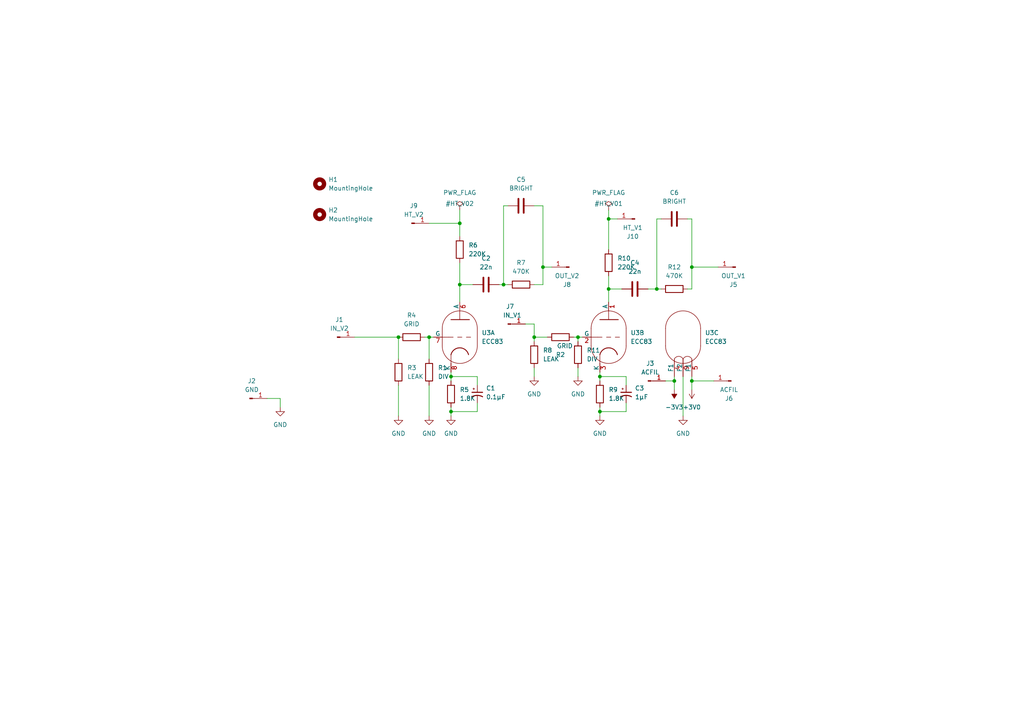
<source format=kicad_sch>
(kicad_sch (version 20211123) (generator eeschema)
  (paper "A4")
  (lib_symbols
    (symbol "Connector:Conn_01x01_Male" (pin_names (offset 1.016) hide)
      (property "Reference" "J" (at 0 2.54 0))
      (property "Value" "Conn_01x01_Male" (at 0 -2.54 0))
      (symbol "Conn_01x01_Male_1_1"
        (polyline (pts (xy 1.27 0) (xy 0.8636 0)) (stroke (width 0.1524)))
        (rectangle (start 0.8636 0.127) (end 0 -0.127) (stroke (width 0.1524)) (fill (type outline)))
        (pin passive line (at 5.08 0 180) (length 3.81) (name "Pin_1") (number "1"))
      )
    )
    (symbol "Device:C" (pin_numbers hide) (pin_names (offset 0.254))
      (property "Reference" "C" (at 0.635 2.54 0))
      (property "Value" "C" (at 0.635 -2.54 0))
      (symbol "C_0_1"
        (polyline (pts (xy -2.032 -0.762) (xy 2.032 -0.762)) (stroke (width 0.508)))
        (polyline (pts (xy -2.032 0.762) (xy 2.032 0.762)) (stroke (width 0.508)))
      )
      (symbol "C_1_1"
        (pin passive line (at 0 3.81 270) (length 2.794) (name "~") (number "1"))
        (pin passive line (at 0 -3.81 90) (length 2.794) (name "~") (number "2"))
      )
    )
    (symbol "Device:C_Polarized_Small_US" (pin_numbers hide) (pin_names (offset 0.254) hide)
      (property "Reference" "C" (at 0.254 1.778 0))
      (property "Value" "C_Polarized_Small_US" (at 0.254 -2.032 0))
      (symbol "C_Polarized_Small_US_0_1"
        (polyline (pts (xy -1.524 0.508) (xy 1.524 0.508)) (stroke (width 0.3048)))
        (polyline (pts (xy -1.27 1.524) (xy -0.762 1.524)))
        (polyline (pts (xy -1.016 1.27) (xy -1.016 1.778)))
        (arc (start 1.524 -0.762) (mid 0 -0.3734) (end -1.524 -0.762) (stroke (width 0.3048)))
      )
      (symbol "C_Polarized_Small_US_1_1"
        (pin passive line (at 0 2.54 270) (length 2.032) (name "~") (number "1"))
        (pin passive line (at 0 -2.54 90) (length 2.032) (name "~") (number "2"))
      )
    )
    (symbol "Device:R" (pin_numbers hide) (pin_names (offset 0))
      (property "Reference" "R" (at 2.032 0 90))
      (property "Value" "R" (at 0 0 90))
      (symbol "R_0_1"
        (rectangle (start -1.016 -2.54) (end 1.016 2.54) (stroke (width 0.254)))
      )
      (symbol "R_1_1"
        (pin passive line (at 0 3.81 270) (length 1.27) (name "~") (number "1"))
        (pin passive line (at 0 -3.81 90) (length 1.27) (name "~") (number "2"))
      )
    )
    (symbol "Mechanical:MountingHole" (pin_names (offset 1.016))
      (property "Reference" "H" (at 0 5.08 0))
      (property "Value" "MountingHole" (at 0 3.175 0))
      (symbol "MountingHole_0_1"
        (circle (center 0 0) (radius 1.27) (stroke (width 1.27)))
      )
    )
    (symbol "Valve:ECC83" (pin_names (offset 0))
      (property "Reference" "U" (at 3.302 7.874 0))
      (property "Value" "ECC83" (at 8.89 -7.62 0))
      (symbol "ECC83_0_1"
        (arc (start -5.08 -2.54) (mid 0 -7.62) (end 5.08 -2.54))
        (polyline (pts (xy 5.08 2.54) (xy 5.08 -2.54)))
        (polyline (pts (xy -5.08 2.54) (xy -5.08 -2.54) (xy -5.08 -2.54)))
        (arc (start 5.08 2.54) (mid 0 7.62) (end -5.08 2.54))
      )
      (symbol "ECC83_1_0"
        (polyline (pts (xy -2.54 -5.08) (xy -2.54 -7.62)))
        (polyline (pts (xy 0 5.08) (xy 0 7.62)))
      )
      (symbol "ECC83_1_1"
        (polyline (pts (xy -5.08 0) (xy -3.175 0)))
        (polyline (pts (xy -1.905 0) (xy -3.175 0)) (stroke (width 0.1524)))
        (polyline (pts (xy -0.635 0) (xy 0.635 0)) (stroke (width 0.1524)))
        (polyline (pts (xy 1.905 0) (xy 3.175 0)) (stroke (width 0.1524)))
        (polyline (pts (xy -2.54 5.08) (xy 2.794 5.08) (xy 2.794 5.08)) (stroke (width 0.254)))
        (arc (start 2.54 -5.08) (mid 0 -3.0968) (end -2.54 -5.08) (stroke (width 0.254)))
        (pin output line (at 0 10.16 270) (length 2.54) (name "A") (number "6"))
        (pin input line (at -7.62 0 0) (length 2.54) (name "G") (number "7"))
        (pin bidirectional line (at -2.54 -10.16 90) (length 2.54) (name "K") (number "8"))
      )
      (symbol "ECC83_2_0"
        (polyline (pts (xy -2.54 -5.08) (xy -2.54 -7.62)))
        (polyline (pts (xy 0 5.08) (xy 0 7.62)))
      )
      (symbol "ECC83_2_1"
        (polyline (pts (xy -5.08 0) (xy -3.175 0)))
        (polyline (pts (xy -1.905 0) (xy -3.175 0)) (stroke (width 0.1524)))
        (polyline (pts (xy -0.635 0) (xy 0.635 0)) (stroke (width 0.1524)))
        (polyline (pts (xy 1.905 0) (xy 3.175 0)) (stroke (width 0.1524)))
        (polyline (pts (xy -2.54 5.08) (xy 2.794 5.08) (xy 2.794 5.08)) (stroke (width 0.254)))
        (arc (start 2.54 -5.08) (mid 0 -3.0968) (end -2.54 -5.08) (stroke (width 0.254)))
        (pin output line (at 0 10.16 270) (length 2.54) (name "A") (number "1"))
        (pin input line (at -7.62 0 0) (length 2.54) (name "G") (number "2"))
        (pin bidirectional line (at -2.54 -10.16 90) (length 2.54) (name "K") (number "3"))
      )
      (symbol "ECC83_3_1"
        (arc (start 0 -6.35) (mid -1.27 -5.5651) (end -2.54 -6.35))
        (arc (start 2.54 -6.35) (mid 1.27 -5.5651) (end 0 -6.35))
        (pin power_in line (at -2.54 -11.43 90) (length 5.08) (name "F1") (number "4"))
        (pin power_in line (at 2.54 -11.43 90) (length 5.08) (name "F1") (number "5"))
        (pin power_in line (at 0 -11.43 90) (length 5.08) (name "F2") (number "9"))
      )
    )
    (symbol "power:+3V0" (power) (pin_names (offset 0))
      (property "Value" "+3V0" (at 0 3.556 0))
      (symbol "+3V0_0_1"
        (polyline (pts (xy -0.762 1.27) (xy 0 2.54)))
        (polyline (pts (xy 0 0) (xy 0 2.54)))
        (polyline (pts (xy 0 2.54) (xy 0.762 1.27)))
      )
      (symbol "+3V0_1_1"
        (pin power_in line (at 0 0 90) (length 0) hide (name "+3V0") (number "1"))
      )
    )
    (symbol "power:-3V3" (power) (pin_names (offset 0))
      (property "Value" "-3V3" (at 0 3.81 0))
      (symbol "-3V3_0_0"
        (pin power_in line (at 0 0 90) (length 0) hide (name "-3V3") (number "1"))
      )
      (symbol "-3V3_0_1"
        (polyline (pts (xy 0 0) (xy 0 1.27) (xy 0.762 1.27) (xy 0 2.54) (xy -0.762 1.27) (xy 0 1.27)) (fill (type outline)))
      )
    )
    (symbol "power:GND" (power) (pin_names (offset 0))
      (property "Value" "GND" (at 0 -3.81 0))
      (symbol "GND_0_1"
        (polyline (pts (xy 0 0) (xy 0 -1.27) (xy 1.27 -1.27) (xy 0 -2.54) (xy -1.27 -1.27) (xy 0 -1.27)))
      )
      (symbol "GND_1_1"
        (pin power_in line (at 0 0 270) (length 0) hide (name "GND") (number "1"))
      )
    )
    (symbol "power:PWR_FLAG" (power) (pin_numbers hide) (pin_names (offset 0) hide)
      (property "Value" "PWR_FLAG" (at 0 3.81 0))
      (symbol "PWR_FLAG_0_0"
        (pin power_out line (at 0 0 90) (length 0) (name "pwr") (number "1"))
      )
      (symbol "PWR_FLAG_0_1"
        (polyline (pts (xy 0 0) (xy 0 1.27) (xy -1.016 1.905) (xy 0 2.54) (xy 1.016 1.905) (xy 0 1.27)))
      )
    )
  )
  (junction (at 176.53 63.5))
  (junction (at 200.66 110.49))
  (junction (at 157.48 77.47))
  (junction (at 130.81 109.22))
  (junction (at 133.35 82.55))
  (junction (at 190.5 83.82))
  (junction (at 133.35 64.77))
  (junction (at 200.66 77.47))
  (junction (at 173.99 109.22))
  (junction (at 176.53 83.82))
  (junction (at 195.58 110.49))
  (junction (at 173.99 119.38))
  (junction (at 154.94 97.79))
  (junction (at 167.64 97.79))
  (junction (at 115.57 97.79))
  (junction (at 130.81 119.38))
  (junction (at 124.46 97.79))
  (junction (at 146.05 82.55))
  (wire (pts (xy 190.5 63.5) (xy 190.5 83.82)))
  (wire (pts (xy 130.81 118.11) (xy 130.81 119.38)))
  (wire (pts (xy 144.78 82.55) (xy 146.05 82.55)))
  (wire (pts (xy 200.66 77.47) (xy 208.28 77.47)))
  (wire (pts (xy 200.66 110.49) (xy 207.01 110.49)))
  (wire (pts (xy 124.46 97.79) (xy 125.73 97.79)))
  (wire (pts (xy 176.53 63.5) (xy 176.53 72.39)))
  (wire (pts (xy 154.94 106.68) (xy 154.94 109.22)))
  (wire (pts (xy 123.19 97.79) (xy 124.46 97.79)))
  (wire (pts (xy 124.46 111.76) (xy 124.46 120.65)))
  (wire (pts (xy 181.61 111.76) (xy 181.61 109.22)))
  (wire (pts (xy 77.47 115.57) (xy 81.28 115.57)))
  (wire (pts (xy 200.66 77.47) (xy 200.66 83.82)))
  (wire (pts (xy 124.46 64.77) (xy 133.35 64.77)))
  (wire (pts (xy 157.48 59.69) (xy 157.48 77.47)))
  (wire (pts (xy 166.37 97.79) (xy 167.64 97.79)))
  (wire (pts (xy 195.58 109.22) (xy 195.58 110.49)))
  (wire (pts (xy 115.57 111.76) (xy 115.57 120.65)))
  (wire (pts (xy 198.12 109.22) (xy 198.12 120.65)))
  (wire (pts (xy 154.94 93.98) (xy 154.94 97.79)))
  (wire (pts (xy 181.61 116.84) (xy 181.61 119.38)))
  (wire (pts (xy 173.99 119.38) (xy 173.99 120.65)))
  (wire (pts (xy 193.04 110.49) (xy 195.58 110.49)))
  (wire (pts (xy 130.81 107.95) (xy 130.81 109.22)))
  (wire (pts (xy 167.64 97.79) (xy 168.91 97.79)))
  (wire (pts (xy 130.81 119.38) (xy 130.81 120.65)))
  (wire (pts (xy 191.77 63.5) (xy 190.5 63.5)))
  (wire (pts (xy 176.53 60.96) (xy 176.53 63.5)))
  (wire (pts (xy 200.66 63.5) (xy 200.66 77.47)))
  (wire (pts (xy 138.43 111.76) (xy 138.43 109.22)))
  (wire (pts (xy 157.48 82.55) (xy 154.94 82.55)))
  (wire (pts (xy 130.81 109.22) (xy 138.43 109.22)))
  (wire (pts (xy 154.94 97.79) (xy 154.94 99.06)))
  (wire (pts (xy 138.43 119.38) (xy 130.81 119.38)))
  (wire (pts (xy 146.05 59.69) (xy 146.05 82.55)))
  (wire (pts (xy 130.81 109.22) (xy 130.81 110.49)))
  (wire (pts (xy 173.99 109.22) (xy 173.99 110.49)))
  (wire (pts (xy 176.53 83.82) (xy 176.53 87.63)))
  (wire (pts (xy 199.39 63.5) (xy 200.66 63.5)))
  (wire (pts (xy 133.35 60.96) (xy 133.35 64.77)))
  (wire (pts (xy 133.35 82.55) (xy 133.35 87.63)))
  (wire (pts (xy 167.64 97.79) (xy 167.64 99.06)))
  (wire (pts (xy 115.57 97.79) (xy 115.57 104.14)))
  (wire (pts (xy 154.94 59.69) (xy 157.48 59.69)))
  (wire (pts (xy 181.61 119.38) (xy 173.99 119.38)))
  (wire (pts (xy 176.53 63.5) (xy 179.07 63.5)))
  (wire (pts (xy 190.5 83.82) (xy 191.77 83.82)))
  (wire (pts (xy 147.32 59.69) (xy 146.05 59.69)))
  (wire (pts (xy 146.05 82.55) (xy 147.32 82.55)))
  (wire (pts (xy 173.99 118.11) (xy 173.99 119.38)))
  (wire (pts (xy 173.99 109.22) (xy 181.61 109.22)))
  (wire (pts (xy 173.99 107.95) (xy 173.99 109.22)))
  (wire (pts (xy 157.48 77.47) (xy 157.48 82.55)))
  (wire (pts (xy 102.87 97.79) (xy 115.57 97.79)))
  (wire (pts (xy 200.66 109.22) (xy 200.66 110.49)))
  (wire (pts (xy 133.35 64.77) (xy 133.35 68.58)))
  (wire (pts (xy 176.53 80.01) (xy 176.53 83.82)))
  (wire (pts (xy 154.94 97.79) (xy 158.75 97.79)))
  (wire (pts (xy 81.28 115.57) (xy 81.28 118.11)))
  (wire (pts (xy 133.35 82.55) (xy 137.16 82.55)))
  (wire (pts (xy 187.96 83.82) (xy 190.5 83.82)))
  (wire (pts (xy 176.53 83.82) (xy 180.34 83.82)))
  (wire (pts (xy 199.39 83.82) (xy 200.66 83.82)))
  (wire (pts (xy 138.43 116.84) (xy 138.43 119.38)))
  (wire (pts (xy 152.4 93.98) (xy 154.94 93.98)))
  (wire (pts (xy 133.35 76.2) (xy 133.35 82.55)))
  (wire (pts (xy 195.58 110.49) (xy 195.58 113.03)))
  (wire (pts (xy 200.66 110.49) (xy 200.66 113.03)))
  (wire (pts (xy 157.48 77.47) (xy 160.02 77.47)))
  (wire (pts (xy 124.46 97.79) (xy 124.46 104.14)))
  (wire (pts (xy 167.64 106.68) (xy 167.64 109.22)))
  (symbol (lib_id "Connector:Conn_01x01_Male") (at 184.15 63.5 180) (unit 1)
    (property "Reference" "J10" (at 183.515 68.58 0))
    (property "Value" "HT_V1" (at 183.515 66.04 0))
    (property "Footprint" "Connector_Wire:SolderWire-0.75sqmm_1x01_D1.25mm_OD3.5mm" (effects hide))
  )
  (symbol (lib_id "Device:C") (at 195.58 63.5 90) (unit 1)
    (property "Reference" "C6" (at 195.58 55.88 90))
    (property "Value" "BRIGHT" (at 195.58 58.42 90))
    (property "Footprint" "Capacitor_THT:C_Rect_L9.0mm_W4.2mm_P7.50mm_MKT" (effects hide))
  )
  (symbol (lib_id "power:GND") (at 167.64 109.22 0) (unit 1)
    (property "Reference" "#PWR0101" (effects hide))
    (property "Value" "GND" (at 167.64 114.3 0))
  )
  (symbol (lib_id "Device:R") (at 115.57 107.95 0) (unit 1)
    (property "Reference" "R3" (at 118.11 106.6799 0) (effects (justify left)))
    (property "Value" "LEAK" (at 118.11 109.2199 0) (effects (justify left)))
    (property "Footprint" "Resistor_THT:R_Axial_DIN0309_L9.0mm_D3.2mm_P15.24mm_Horizontal" (effects hide))
  )
  (symbol (lib_id "power:GND") (at 154.94 109.22 0) (unit 1)
    (property "Reference" "#PWR0111" (effects hide))
    (property "Value" "GND" (at 154.94 114.3 0))
  )
  (symbol (lib_id "Connector:Conn_01x01_Male") (at 187.96 110.49 0) (unit 1)
    (property "Reference" "J3" (at 188.595 105.41 0))
    (property "Value" "ACFIL" (at 188.595 107.95 0))
    (property "Footprint" "Connector_Wire:SolderWire-0.75sqmm_1x01_D1.25mm_OD3.5mm" (effects hide))
  )
  (symbol (lib_id "Mechanical:MountingHole") (at 92.71 53.34 0) (unit 1)
    (property "Reference" "H1" (at 95.25 52.0699 0) (effects (justify left)))
    (property "Value" "MountingHole" (at 95.25 54.6099 0) (effects (justify left)))
    (property "Footprint" "MountingHole:MountingHole_3.2mm_M3" (effects hide))
  )
  (symbol (lib_id "power:GND") (at 115.57 120.65 0) (unit 1)
    (property "Reference" "#PWR0107" (effects hide))
    (property "Value" "GND" (at 115.57 125.73 0))
  )
  (symbol (lib_id "power:GND") (at 81.28 118.11 0) (unit 1)
    (property "Reference" "#PWR0102" (effects hide))
    (property "Value" "GND" (at 81.28 123.19 0))
  )
  (symbol (lib_id "Device:C") (at 140.97 82.55 90) (unit 1)
    (property "Reference" "C2" (at 140.97 74.93 90))
    (property "Value" "22n" (at 140.97 77.47 90))
    (property "Footprint" "Capacitor_THT:C_Rect_L11.0mm_W4.2mm_P10.00mm_MKT" (effects hide))
  )
  (symbol (lib_id "Connector:Conn_01x01_Male") (at 147.32 93.98 0) (unit 1)
    (property "Reference" "J7" (at 147.955 88.9 0))
    (property "Value" "IN_V1" (at 148.59 91.44 0))
    (property "Footprint" "Connector_Wire:SolderWire-0.75sqmm_1x01_D1.25mm_OD3.5mm" (effects hide))
  )
  (symbol (lib_id "Device:R") (at 133.35 72.39 0) (unit 1)
    (property "Reference" "R6" (at 135.89 71.1199 0) (effects (justify left)))
    (property "Value" "220K" (at 135.89 73.6599 0) (effects (justify left)))
    (property "Footprint" "Resistor_THT:R_Axial_DIN0309_L9.0mm_D3.2mm_P20.32mm_Horizontal" (effects hide))
  )
  (symbol (lib_id "Mechanical:MountingHole") (at 92.71 62.23 0) (unit 1)
    (property "Reference" "H2" (at 95.25 60.9599 0) (effects (justify left)))
    (property "Value" "MountingHole" (at 95.25 63.4999 0) (effects (justify left)))
    (property "Footprint" "MountingHole:MountingHole_3.2mm_M3" (effects hide))
  )
  (symbol (lib_id "power:GND") (at 173.99 120.65 0) (unit 1)
    (property "Reference" "#PWR0112" (effects hide))
    (property "Value" "GND" (at 173.99 125.73 0))
  )
  (symbol (lib_id "Valve:ECC83") (at 176.53 97.79 0) (unit 2)
    (property "Reference" "U3" (at 182.88 96.5199 0) (effects (justify left)))
    (property "Value" "ECC83" (at 182.88 99.0599 0) (effects (justify left)))
    (property "Footprint" "Valve:Valve_6N2P" (effects hide))
    (property "Datasheet" "http://www.r-type.org/pdfs/ecc83.pdf" (effects hide))
  )
  (symbol (lib_id "Device:R") (at 151.13 82.55 90) (unit 1)
    (property "Reference" "R7" (at 151.13 76.2 90))
    (property "Value" "470K" (at 151.13 78.74 90))
    (property "Footprint" "Resistor_THT:R_Axial_DIN0309_L9.0mm_D3.2mm_P15.24mm_Horizontal" (effects hide))
  )
  (symbol (lib_id "Valve:ECC83") (at 133.35 97.79 0) (unit 1)
    (property "Reference" "U3" (at 139.7 96.5199 0) (effects (justify left)))
    (property "Value" "ECC83" (at 139.7 99.0599 0) (effects (justify left)))
    (property "Footprint" "Valve:Valve_6N2P" (effects hide))
    (property "Datasheet" "http://www.r-type.org/pdfs/ecc83.pdf" (effects hide))
  )
  (symbol (lib_id "Device:R") (at 195.58 83.82 90) (unit 1)
    (property "Reference" "R12" (at 195.58 77.47 90))
    (property "Value" "470K" (at 195.58 80.01 90))
    (property "Footprint" "Resistor_THT:R_Axial_DIN0309_L9.0mm_D3.2mm_P15.24mm_Horizontal" (effects hide))
  )
  (symbol (lib_id "Connector:Conn_01x01_Male") (at 165.1 77.47 180) (unit 1)
    (property "Reference" "J8" (at 164.465 82.55 0))
    (property "Value" "OUT_V2" (at 164.465 80.01 0))
    (property "Footprint" "Connector_Wire:SolderWire-0.75sqmm_1x01_D1.25mm_OD3.5mm" (effects hide))
  )
  (symbol (lib_id "Connector:Conn_01x01_Male") (at 212.09 110.49 180) (unit 1)
    (property "Reference" "J6" (at 211.455 115.57 0))
    (property "Value" "ACFIL" (at 211.455 113.03 0))
    (property "Footprint" "Connector_Wire:SolderWire-0.75sqmm_1x01_D1.25mm_OD3.5mm" (effects hide))
  )
  (symbol (lib_id "Device:R") (at 130.81 114.3 0) (unit 1)
    (property "Reference" "R5" (at 133.35 113.0299 0) (effects (justify left)))
    (property "Value" "1.8K" (at 133.35 115.5699 0) (effects (justify left)))
    (property "Footprint" "Resistor_THT:R_Axial_DIN0309_L9.0mm_D3.2mm_P15.24mm_Horizontal" (effects hide))
  )
  (symbol (lib_id "Device:R") (at 124.46 107.95 180) (unit 1)
    (property "Reference" "R1" (at 127 106.6799 0) (effects (justify right)))
    (property "Value" "DIV" (at 127 109.2199 0) (effects (justify right)))
    (property "Footprint" "Resistor_THT:R_Axial_DIN0309_L9.0mm_D3.2mm_P15.24mm_Horizontal" (effects hide))
  )
  (symbol (lib_id "Device:R") (at 173.99 114.3 0) (unit 1)
    (property "Reference" "R9" (at 176.53 113.0299 0) (effects (justify left)))
    (property "Value" "1.8K" (at 176.53 115.5699 0) (effects (justify left)))
    (property "Footprint" "Resistor_THT:R_Axial_DIN0309_L9.0mm_D3.2mm_P15.24mm_Horizontal" (effects hide))
  )
  (symbol (lib_id "Connector:Conn_01x01_Male") (at 213.36 77.47 180) (unit 1)
    (property "Reference" "J5" (at 212.725 82.55 0))
    (property "Value" "OUT_V1" (at 212.725 80.01 0))
    (property "Footprint" "Connector_Wire:SolderWire-0.75sqmm_1x01_D1.25mm_OD3.5mm" (effects hide))
  )
  (symbol (lib_id "power:+3V0") (at 200.66 113.03 180) (unit 1)
    (property "Reference" "#PWR0110" (effects hide))
    (property "Value" "+3V0" (at 200.66 118.11 0))
  )
  (symbol (lib_id "Connector:Conn_01x01_Male") (at 119.38 64.77 0) (unit 1)
    (property "Reference" "J9" (at 120.015 59.69 0))
    (property "Value" "HT_V2" (at 120.015 62.23 0))
    (property "Footprint" "Connector_Wire:SolderWire-0.75sqmm_1x01_D1.25mm_OD3.5mm" (effects hide))
  )
  (symbol (lib_id "power:GND") (at 198.12 120.65 0) (unit 1)
    (property "Reference" "#PWR0109" (effects hide))
    (property "Value" "GND" (at 198.12 125.73 0))
  )
  (symbol (lib_id "Device:R") (at 154.94 102.87 180) (unit 1)
    (property "Reference" "R8" (at 157.48 101.5999 0) (effects (justify right)))
    (property "Value" "LEAK" (at 157.48 104.1399 0) (effects (justify right)))
    (property "Footprint" "Resistor_THT:R_Axial_DIN0309_L9.0mm_D3.2mm_P15.24mm_Horizontal" (effects hide))
  )
  (symbol (lib_id "Device:C") (at 151.13 59.69 90) (unit 1)
    (property "Reference" "C5" (at 151.13 52.07 90))
    (property "Value" "BRIGHT" (at 151.13 54.61 90))
    (property "Footprint" "Capacitor_THT:C_Rect_L9.0mm_W4.2mm_P7.50mm_MKT" (effects hide))
  )
  (symbol (lib_id "power:GND") (at 124.46 120.65 0) (unit 1)
    (property "Reference" "#PWR0103" (effects hide))
    (property "Value" "GND" (at 124.46 125.73 0))
  )
  (symbol (lib_id "power:-3V3") (at 195.58 113.03 180) (unit 1)
    (property "Reference" "#PWR0108" (effects hide))
    (property "Value" "-3V3" (at 195.58 118.11 0))
  )
  (symbol (lib_id "Connector:Conn_01x01_Male") (at 72.39 115.57 0) (unit 1)
    (property "Reference" "J2" (at 73.025 110.49 0))
    (property "Value" "GND" (at 73.025 113.03 0))
    (property "Footprint" "Connector_Wire:SolderWire-1.5sqmm_1x01_D1.7mm_OD3.9mm" (effects hide))
  )
  (symbol (lib_id "Device:C_Polarized_Small_US") (at 181.61 114.3 0) (unit 1)
    (property "Reference" "C3" (at 184.15 112.5981 0) (effects (justify left)))
    (property "Value" "1µF" (at 184.15 115.1381 0) (effects (justify left)))
    (property "Footprint" "Capacitor_THT:CP_Radial_D5.0mm_P2.50mm" (effects hide))
  )
  (symbol (lib_id "Device:R") (at 167.64 102.87 180) (unit 1)
    (property "Reference" "R11" (at 170.18 101.5999 0) (effects (justify right)))
    (property "Value" "DIV" (at 170.18 104.1399 0) (effects (justify right)))
    (property "Footprint" "Resistor_THT:R_Axial_DIN0309_L9.0mm_D3.2mm_P15.24mm_Horizontal" (effects hide))
  )
  (symbol (lib_id "power:PWR_FLAG") (at 133.35 60.96 0) (unit 1)
    (property "Reference" "#HT_V02" (at 133.35 59.055 0))
    (property "Value" "PWR_FLAG" (at 133.35 55.88 0))
    (property "Footprint" "Connector_Wire:SolderWire-0.75sqmm_1x01_D1.25mm_OD3.5mm" (effects hide))
  )
  (symbol (lib_id "Device:C_Polarized_Small_US") (at 138.43 114.3 0) (unit 1)
    (property "Reference" "C1" (at 140.97 112.5981 0) (effects (justify left)))
    (property "Value" "0.1µF" (at 140.97 115.1381 0) (effects (justify left)))
    (property "Footprint" "Capacitor_THT:CP_Radial_D5.0mm_P2.50mm" (effects hide))
  )
  (symbol (lib_id "Connector:Conn_01x01_Male") (at 97.79 97.79 0) (unit 1)
    (property "Reference" "J1" (at 98.425 92.71 0))
    (property "Value" "IN_V2" (at 98.425 95.25 0))
    (property "Footprint" "Connector_Wire:SolderWire-0.75sqmm_1x01_D1.25mm_OD3.5mm" (effects hide))
  )
  (symbol (lib_id "Device:R") (at 162.56 97.79 90) (unit 1)
    (property "Reference" "R2" (at 162.56 102.87 90))
    (property "Value" "GRID" (at 163.83 100.33 90))
    (property "Footprint" "Resistor_THT:R_Axial_DIN0309_L9.0mm_D3.2mm_P15.24mm_Horizontal" (effects hide))
  )
  (symbol (lib_id "power:PWR_FLAG") (at 176.53 60.96 0) (unit 1)
    (property "Reference" "#HT_V01" (at 176.53 59.055 0))
    (property "Value" "PWR_FLAG" (at 176.53 55.88 0))
    (property "Footprint" "Connector_Wire:SolderWire-0.75sqmm_1x01_D1.25mm_OD3.5mm" (effects hide))
  )
  (symbol (lib_id "Device:R") (at 176.53 76.2 0) (unit 1)
    (property "Reference" "R10" (at 179.07 74.9299 0) (effects (justify left)))
    (property "Value" "220K" (at 179.07 77.4699 0) (effects (justify left)))
    (property "Footprint" "Resistor_THT:R_Axial_DIN0309_L9.0mm_D3.2mm_P20.32mm_Horizontal" (effects hide))
  )
  (symbol (lib_id "power:GND") (at 130.81 120.65 0) (unit 1)
    (property "Reference" "#PWR0106" (effects hide))
    (property "Value" "GND" (at 130.81 125.73 0))
  )
  (symbol (lib_id "Device:C") (at 184.15 83.82 90) (unit 1)
    (property "Reference" "C4" (at 184.15 76.2 90))
    (property "Value" "22n" (at 184.15 78.74 90))
    (property "Footprint" "Capacitor_THT:C_Rect_L11.0mm_W4.2mm_P10.00mm_MKT" (effects hide))
  )
  (symbol (lib_id "Valve:ECC83") (at 198.12 97.79 0) (unit 3)
    (property "Reference" "U3" (at 204.47 96.5199 0) (effects (justify left)))
    (property "Value" "ECC83" (at 204.47 99.0599 0) (effects (justify left)))
    (property "Footprint" "Valve:Valve_6N2P" (effects hide))
    (property "Datasheet" "http://www.r-type.org/pdfs/ecc83.pdf" (effects hide))
  )
  (symbol (lib_id "Device:R") (at 119.38 97.79 90) (unit 1)
    (property "Reference" "R4" (at 119.38 91.44 90))
    (property "Value" "GRID" (at 119.38 93.98 90))
    (property "Footprint" "Resistor_THT:R_Axial_DIN0309_L9.0mm_D3.2mm_P15.24mm_Horizontal" (effects hide))
  )
)
</source>
